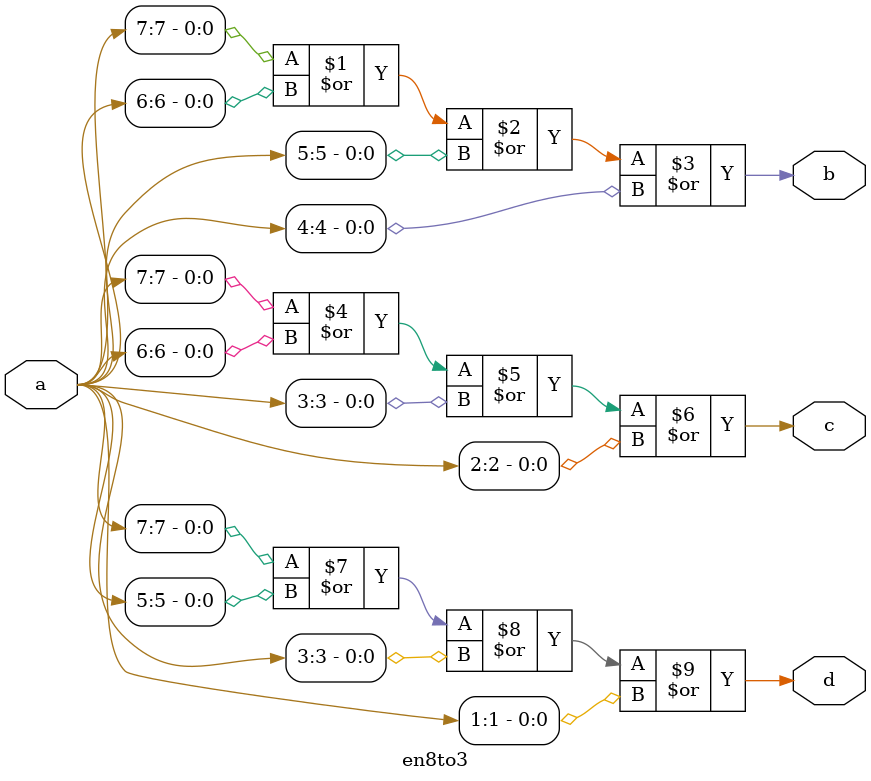
<source format=v>
module en8to3test;
reg [7:0] a;
wire b,c,d;
en8to3 aa(.a(a),.b(b),.c(c),.d(d));
initial begin
  #0 a=8'b00000001;
  #10 a=8'b00000010;
  #10 a=8'b00000100;
  #10 a=8'b00001000;
  #10 a=8'b00010000;
  #10 a=8'b00100000;
  #10 a=8'b01000000;
  #10 a=8'b10000000;
end
initial begin
    $display("8:3 Encoder (Dat Flow)-- HEM -- 2020503007");
    $monitor("A = %b, Out1 = %b, Out2 = %b Out3=%b",a,b,c,d);
end
endmodule

module en8to3(a,b,c,d);
input [7:0]a;
output b,c,d;
assign b = a[7]|a[6]|a[5]|a[4];
assign c = a[7]|a[6]|a[3]|a[2];
assign d = a[7]|a[5]|a[3]|a[1];
endmodule
</source>
